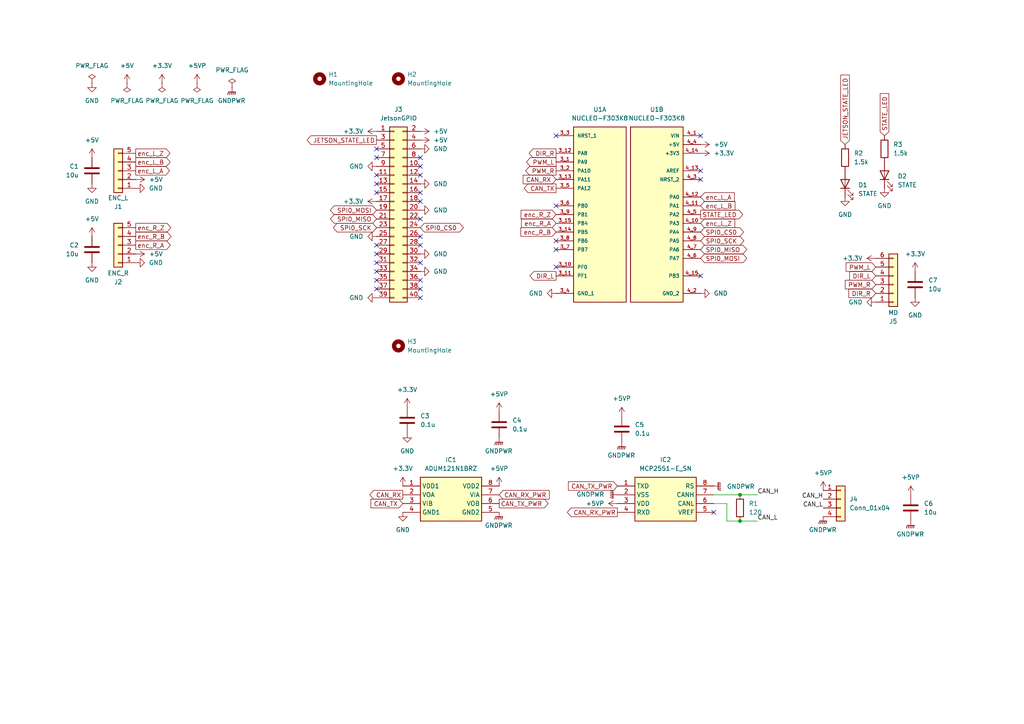
<source format=kicad_sch>
(kicad_sch (version 20231120) (generator "eeschema") (generator_version "8.0")
  (paper "A4")
  (lib_symbols
    (symbol "Connector_Generic:Conn_01x04" (pin_names (offset 1.016) hide)
      (property "Reference" "J" (at 0 5.08 0))
      (property "Value" "Conn_01x04" (at 0 -7.62 0))
      (symbol "Conn_01x04_1_1"
        (rectangle (start -1.27 -4.953) (end 0 -5.207) (stroke (width 0.1524)))
        (rectangle (start -1.27 -2.413) (end 0 -2.667) (stroke (width 0.1524)))
        (rectangle (start -1.27 0.127) (end 0 -0.127) (stroke (width 0.1524)))
        (rectangle (start -1.27 2.667) (end 0 2.413) (stroke (width 0.1524)))
        (rectangle (start -1.27 3.81) (end 1.27 -6.35) (stroke (width 0.254)) (fill (type background)))
        (pin passive line (at -5.08 2.54 0) (length 3.81) (name "Pin_1") (number "1"))
        (pin passive line (at -5.08 0 0) (length 3.81) (name "Pin_2") (number "2"))
        (pin passive line (at -5.08 -2.54 0) (length 3.81) (name "Pin_3") (number "3"))
        (pin passive line (at -5.08 -5.08 0) (length 3.81) (name "Pin_4") (number "4"))
      )
    )
    (symbol "Connector_Generic:Conn_01x05" (pin_names (offset 1.016) hide)
      (property "Reference" "J" (at 0 7.62 0))
      (property "Value" "Conn_01x05" (at 0 -7.62 0))
      (symbol "Conn_01x05_1_1"
        (rectangle (start -1.27 -4.953) (end 0 -5.207) (stroke (width 0.1524)))
        (rectangle (start -1.27 -2.413) (end 0 -2.667) (stroke (width 0.1524)))
        (rectangle (start -1.27 0.127) (end 0 -0.127) (stroke (width 0.1524)))
        (rectangle (start -1.27 2.667) (end 0 2.413) (stroke (width 0.1524)))
        (rectangle (start -1.27 5.207) (end 0 4.953) (stroke (width 0.1524)))
        (rectangle (start -1.27 6.35) (end 1.27 -6.35) (stroke (width 0.254)) (fill (type background)))
        (pin passive line (at -5.08 5.08 0) (length 3.81) (name "Pin_1") (number "1"))
        (pin passive line (at -5.08 2.54 0) (length 3.81) (name "Pin_2") (number "2"))
        (pin passive line (at -5.08 0 0) (length 3.81) (name "Pin_3") (number "3"))
        (pin passive line (at -5.08 -2.54 0) (length 3.81) (name "Pin_4") (number "4"))
        (pin passive line (at -5.08 -5.08 0) (length 3.81) (name "Pin_5") (number "5"))
      )
    )
    (symbol "Connector_Generic:Conn_01x06" (pin_names (offset 1.016) hide)
      (property "Reference" "J" (at 0 7.62 0))
      (property "Value" "Conn_01x06" (at 0 -10.16 0))
      (symbol "Conn_01x06_1_1"
        (rectangle (start -1.27 -7.493) (end 0 -7.747) (stroke (width 0.1524)))
        (rectangle (start -1.27 -4.953) (end 0 -5.207) (stroke (width 0.1524)))
        (rectangle (start -1.27 -2.413) (end 0 -2.667) (stroke (width 0.1524)))
        (rectangle (start -1.27 0.127) (end 0 -0.127) (stroke (width 0.1524)))
        (rectangle (start -1.27 2.667) (end 0 2.413) (stroke (width 0.1524)))
        (rectangle (start -1.27 5.207) (end 0 4.953) (stroke (width 0.1524)))
        (rectangle (start -1.27 6.35) (end 1.27 -8.89) (stroke (width 0.254)) (fill (type background)))
        (pin passive line (at -5.08 5.08 0) (length 3.81) (name "Pin_1") (number "1"))
        (pin passive line (at -5.08 2.54 0) (length 3.81) (name "Pin_2") (number "2"))
        (pin passive line (at -5.08 0 0) (length 3.81) (name "Pin_3") (number "3"))
        (pin passive line (at -5.08 -2.54 0) (length 3.81) (name "Pin_4") (number "4"))
        (pin passive line (at -5.08 -5.08 0) (length 3.81) (name "Pin_5") (number "5"))
        (pin passive line (at -5.08 -7.62 0) (length 3.81) (name "Pin_6") (number "6"))
      )
    )
    (symbol "Connector_Generic:Conn_02x20_Odd_Even" (pin_names (offset 1.016) hide)
      (property "Reference" "J" (at 1.27 25.4 0))
      (property "Value" "Conn_02x20_Odd_Even" (at 1.27 -27.94 0))
      (symbol "Conn_02x20_Odd_Even_1_1"
        (rectangle (start -1.27 -25.273) (end 0 -25.527) (stroke (width 0.1524)))
        (rectangle (start -1.27 -22.733) (end 0 -22.987) (stroke (width 0.1524)))
        (rectangle (start -1.27 -20.193) (end 0 -20.447) (stroke (width 0.1524)))
        (rectangle (start -1.27 -17.653) (end 0 -17.907) (stroke (width 0.1524)))
        (rectangle (start -1.27 -15.113) (end 0 -15.367) (stroke (width 0.1524)))
        (rectangle (start -1.27 -12.573) (end 0 -12.827) (stroke (width 0.1524)))
        (rectangle (start -1.27 -10.033) (end 0 -10.287) (stroke (width 0.1524)))
        (rectangle (start -1.27 -7.493) (end 0 -7.747) (stroke (width 0.1524)))
        (rectangle (start -1.27 -4.953) (end 0 -5.207) (stroke (width 0.1524)))
        (rectangle (start -1.27 -2.413) (end 0 -2.667) (stroke (width 0.1524)))
        (rectangle (start -1.27 0.127) (end 0 -0.127) (stroke (width 0.1524)))
        (rectangle (start -1.27 2.667) (end 0 2.413) (stroke (width 0.1524)))
        (rectangle (start -1.27 5.207) (end 0 4.953) (stroke (width 0.1524)))
        (rectangle (start -1.27 7.747) (end 0 7.493) (stroke (width 0.1524)))
        (rectangle (start -1.27 10.287) (end 0 10.033) (stroke (width 0.1524)))
        (rectangle (start -1.27 12.827) (end 0 12.573) (stroke (width 0.1524)))
        (rectangle (start -1.27 15.367) (end 0 15.113) (stroke (width 0.1524)))
        (rectangle (start -1.27 17.907) (end 0 17.653) (stroke (width 0.1524)))
        (rectangle (start -1.27 20.447) (end 0 20.193) (stroke (width 0.1524)))
        (rectangle (start -1.27 22.987) (end 0 22.733) (stroke (width 0.1524)))
        (rectangle (start -1.27 24.13) (end 3.81 -26.67) (stroke (width 0.254)) (fill (type background)))
        (rectangle (start 3.81 -25.273) (end 2.54 -25.527) (stroke (width 0.1524)))
        (rectangle (start 3.81 -22.733) (end 2.54 -22.987) (stroke (width 0.1524)))
        (rectangle (start 3.81 -20.193) (end 2.54 -20.447) (stroke (width 0.1524)))
        (rectangle (start 3.81 -17.653) (end 2.54 -17.907) (stroke (width 0.1524)))
        (rectangle (start 3.81 -15.113) (end 2.54 -15.367) (stroke (width 0.1524)))
        (rectangle (start 3.81 -12.573) (end 2.54 -12.827) (stroke (width 0.1524)))
        (rectangle (start 3.81 -10.033) (end 2.54 -10.287) (stroke (width 0.1524)))
        (rectangle (start 3.81 -7.493) (end 2.54 -7.747) (stroke (width 0.1524)))
        (rectangle (start 3.81 -4.953) (end 2.54 -5.207) (stroke (width 0.1524)))
        (rectangle (start 3.81 -2.413) (end 2.54 -2.667) (stroke (width 0.1524)))
        (rectangle (start 3.81 0.127) (end 2.54 -0.127) (stroke (width 0.1524)))
        (rectangle (start 3.81 2.667) (end 2.54 2.413) (stroke (width 0.1524)))
        (rectangle (start 3.81 5.207) (end 2.54 4.953) (stroke (width 0.1524)))
        (rectangle (start 3.81 7.747) (end 2.54 7.493) (stroke (width 0.1524)))
        (rectangle (start 3.81 10.287) (end 2.54 10.033) (stroke (width 0.1524)))
        (rectangle (start 3.81 12.827) (end 2.54 12.573) (stroke (width 0.1524)))
        (rectangle (start 3.81 15.367) (end 2.54 15.113) (stroke (width 0.1524)))
        (rectangle (start 3.81 17.907) (end 2.54 17.653) (stroke (width 0.1524)))
        (rectangle (start 3.81 20.447) (end 2.54 20.193) (stroke (width 0.1524)))
        (rectangle (start 3.81 22.987) (end 2.54 22.733) (stroke (width 0.1524)))
        (pin passive line (at -5.08 22.86 0) (length 3.81) (name "Pin_1") (number "1"))
        (pin passive line (at 7.62 12.7 180) (length 3.81) (name "Pin_10") (number "10"))
        (pin passive line (at -5.08 10.16 0) (length 3.81) (name "Pin_11") (number "11"))
        (pin passive line (at 7.62 10.16 180) (length 3.81) (name "Pin_12") (number "12"))
        (pin passive line (at -5.08 7.62 0) (length 3.81) (name "Pin_13") (number "13"))
        (pin passive line (at 7.62 7.62 180) (length 3.81) (name "Pin_14") (number "14"))
        (pin passive line (at -5.08 5.08 0) (length 3.81) (name "Pin_15") (number "15"))
        (pin passive line (at 7.62 5.08 180) (length 3.81) (name "Pin_16") (number "16"))
        (pin passive line (at -5.08 2.54 0) (length 3.81) (name "Pin_17") (number "17"))
        (pin passive line (at 7.62 2.54 180) (length 3.81) (name "Pin_18") (number "18"))
        (pin passive line (at -5.08 0 0) (length 3.81) (name "Pin_19") (number "19"))
        (pin passive line (at 7.62 22.86 180) (length 3.81) (name "Pin_2") (number "2"))
        (pin passive line (at 7.62 0 180) (length 3.81) (name "Pin_20") (number "20"))
        (pin passive line (at -5.08 -2.54 0) (length 3.81) (name "Pin_21") (number "21"))
        (pin passive line (at 7.62 -2.54 180) (length 3.81) (name "Pin_22") (number "22"))
        (pin passive line (at -5.08 -5.08 0) (length 3.81) (name "Pin_23") (number "23"))
        (pin passive line (at 7.62 -5.08 180) (length 3.81) (name "Pin_24") (number "24"))
        (pin passive line (at -5.08 -7.62 0) (length 3.81) (name "Pin_25") (number "25"))
        (pin passive line (at 7.62 -7.62 180) (length 3.81) (name "Pin_26") (number "26"))
        (pin passive line (at -5.08 -10.16 0) (length 3.81) (name "Pin_27") (number "27"))
        (pin passive line (at 7.62 -10.16 180) (length 3.81) (name "Pin_28") (number "28"))
        (pin passive line (at -5.08 -12.7 0) (length 3.81) (name "Pin_29") (number "29"))
        (pin passive line (at -5.08 20.32 0) (length 3.81) (name "Pin_3") (number "3"))
        (pin passive line (at 7.62 -12.7 180) (length 3.81) (name "Pin_30") (number "30"))
        (pin passive line (at -5.08 -15.24 0) (length 3.81) (name "Pin_31") (number "31"))
        (pin passive line (at 7.62 -15.24 180) (length 3.81) (name "Pin_32") (number "32"))
        (pin passive line (at -5.08 -17.78 0) (length 3.81) (name "Pin_33") (number "33"))
        (pin passive line (at 7.62 -17.78 180) (length 3.81) (name "Pin_34") (number "34"))
        (pin passive line (at -5.08 -20.32 0) (length 3.81) (name "Pin_35") (number "35"))
        (pin passive line (at 7.62 -20.32 180) (length 3.81) (name "Pin_36") (number "36"))
        (pin passive line (at -5.08 -22.86 0) (length 3.81) (name "Pin_37") (number "37"))
        (pin passive line (at 7.62 -22.86 180) (length 3.81) (name "Pin_38") (number "38"))
        (pin passive line (at -5.08 -25.4 0) (length 3.81) (name "Pin_39") (number "39"))
        (pin passive line (at 7.62 20.32 180) (length 3.81) (name "Pin_4") (number "4"))
        (pin passive line (at 7.62 -25.4 180) (length 3.81) (name "Pin_40") (number "40"))
        (pin passive line (at -5.08 17.78 0) (length 3.81) (name "Pin_5") (number "5"))
        (pin passive line (at 7.62 17.78 180) (length 3.81) (name "Pin_6") (number "6"))
        (pin passive line (at -5.08 15.24 0) (length 3.81) (name "Pin_7") (number "7"))
        (pin passive line (at 7.62 15.24 180) (length 3.81) (name "Pin_8") (number "8"))
        (pin passive line (at -5.08 12.7 0) (length 3.81) (name "Pin_9") (number "9"))
      )
    )
    (symbol "Device:C" (pin_numbers hide) (pin_names (offset 0.254))
      (property "Reference" "C" (at 0.635 2.54 0))
      (property "Value" "C" (at 0.635 -2.54 0))
      (symbol "C_0_1"
        (polyline (pts (xy -2.032 -0.762) (xy 2.032 -0.762)) (stroke (width 0.508)))
        (polyline (pts (xy -2.032 0.762) (xy 2.032 0.762)) (stroke (width 0.508)))
      )
      (symbol "C_1_1"
        (pin passive line (at 0 3.81 270) (length 2.794) (name "~") (number "1"))
        (pin passive line (at 0 -3.81 90) (length 2.794) (name "~") (number "2"))
      )
    )
    (symbol "Device:LED" (pin_numbers hide) (pin_names (offset 1.016) hide)
      (property "Reference" "D" (at 0 2.54 0))
      (property "Value" "LED" (at 0 -2.54 0))
      (symbol "LED_0_1"
        (polyline (pts (xy -1.27 -1.27) (xy -1.27 1.27)) (stroke (width 0.254)))
        (polyline (pts (xy -1.27 0) (xy 1.27 0)))
        (polyline (pts (xy 1.27 -1.27) (xy 1.27 1.27) (xy -1.27 0) (xy 1.27 -1.27)) (stroke (width 0.254)))
        (polyline (pts (xy -3.048 -0.762) (xy -4.572 -2.286) (xy -3.81 -2.286) (xy -4.572 -2.286) (xy -4.572 -1.524)))
        (polyline (pts (xy -1.778 -0.762) (xy -3.302 -2.286) (xy -2.54 -2.286) (xy -3.302 -2.286) (xy -3.302 -1.524)))
      )
      (symbol "LED_1_1"
        (pin passive line (at -3.81 0 0) (length 2.54) (name "K") (number "1"))
        (pin passive line (at 3.81 0 180) (length 2.54) (name "A") (number "2"))
      )
    )
    (symbol "Device:R" (pin_numbers hide) (pin_names (offset 0))
      (property "Reference" "R" (at 2.032 0 90))
      (property "Value" "R" (at 0 0 90))
      (symbol "R_0_1"
        (rectangle (start -1.016 -2.54) (end 1.016 2.54) (stroke (width 0.254)))
      )
      (symbol "R_1_1"
        (pin passive line (at 0 3.81 270) (length 1.27) (name "~") (number "1"))
        (pin passive line (at 0 -3.81 90) (length 1.27) (name "~") (number "2"))
      )
    )
    (symbol "MDC:ADUM121N1BRZ"
      (property "Reference" "IC" (at 24.13 7.62 0))
      (property "Value" "ADUM121N1BRZ" (at 24.13 5.08 0))
      (symbol "ADUM121N1BRZ_1_1"
        (rectangle (start 5.08 2.54) (end 22.86 -10.16) (stroke (width 0.254)) (fill (type background)))
        (pin passive line (at 0 0 0) (length 5.08) (name "VDD1") (number "1"))
        (pin passive line (at 0 -2.54 0) (length 5.08) (name "VOA") (number "2"))
        (pin passive line (at 0 -5.08 0) (length 5.08) (name "VIB") (number "3"))
        (pin passive line (at 0 -7.62 0) (length 5.08) (name "GND1") (number "4"))
        (pin passive line (at 27.94 -7.62 180) (length 5.08) (name "GND2") (number "5"))
        (pin passive line (at 27.94 -5.08 180) (length 5.08) (name "VOB") (number "6"))
        (pin passive line (at 27.94 -2.54 180) (length 5.08) (name "VIA") (number "7"))
        (pin passive line (at 27.94 0 180) (length 5.08) (name "VDD2") (number "8"))
      )
    )
    (symbol "MDC:MCP2551-E_SN"
      (property "Reference" "IC" (at 24.13 7.62 0))
      (property "Value" "MCP2551-E_SN" (at 24.13 5.08 0))
      (symbol "MCP2551-E_SN_1_1"
        (rectangle (start 5.08 2.54) (end 22.86 -10.16) (stroke (width 0.254)) (fill (type background)))
        (pin passive line (at 0 0 0) (length 5.08) (name "TXD") (number "1"))
        (pin passive line (at 0 -2.54 0) (length 5.08) (name "VSS") (number "2"))
        (pin passive line (at 0 -5.08 0) (length 5.08) (name "VDD") (number "3"))
        (pin passive line (at 0 -7.62 0) (length 5.08) (name "RXD") (number "4"))
        (pin passive line (at 27.94 -7.62 180) (length 5.08) (name "VREF") (number "5"))
        (pin passive line (at 27.94 -5.08 180) (length 5.08) (name "CANL") (number "6"))
        (pin passive line (at 27.94 -2.54 180) (length 5.08) (name "CANH") (number "7"))
        (pin passive line (at 27.94 0 180) (length 5.08) (name "RS") (number "8"))
      )
    )
    (symbol "MDC:NUCLEO-F303K8" (pin_names (offset 1.016))
      (property "Reference" "U" (at -7.6292 25.9456 0))
      (property "Value" "NUCLEO-F303K8" (at -7.6233 -27.7005 0))
      (symbol "NUCLEO-F303K8_1_0"
        (rectangle (start -7.62 -25.4) (end 7.62 25.4) (stroke (width 0.254)) (fill (type background)))
        (pin bidirectional line (at 12.7 15.24 180) (length 5.08) (name "PA9") (number "3_1"))
        (pin bidirectional line (at 12.7 -15.24 180) (length 5.08) (name "PF0") (number "3_10"))
        (pin bidirectional line (at 12.7 -17.78 180) (length 5.08) (name "PF1") (number "3_11"))
        (pin bidirectional line (at 12.7 17.78 180) (length 5.08) (name "PA8") (number "3_12"))
        (pin bidirectional line (at 12.7 10.16 180) (length 5.08) (name "PA11") (number "3_13"))
        (pin bidirectional line (at 12.7 -5.08 180) (length 5.08) (name "PB5") (number "3_14"))
        (pin bidirectional line (at 12.7 -2.54 180) (length 5.08) (name "PB4") (number "3_15"))
        (pin bidirectional line (at 12.7 12.7 180) (length 5.08) (name "PA10") (number "3_2"))
        (pin bidirectional line (at 12.7 22.86 180) (length 5.08) (name "NRST_1") (number "3_3"))
        (pin power_in line (at 12.7 -22.86 180) (length 5.08) (name "GND_1") (number "3_4"))
        (pin bidirectional line (at 12.7 7.62 180) (length 5.08) (name "PA12") (number "3_5"))
        (pin bidirectional line (at 12.7 2.54 180) (length 5.08) (name "PB0") (number "3_6"))
        (pin bidirectional line (at 12.7 -10.16 180) (length 5.08) (name "PB7") (number "3_7"))
        (pin bidirectional line (at 12.7 -7.62 180) (length 5.08) (name "PB6") (number "3_8"))
        (pin bidirectional line (at 12.7 0 180) (length 5.08) (name "PB1") (number "3_9"))
      )
      (symbol "NUCLEO-F303K8_2_0"
        (rectangle (start -7.62 -25.4) (end 7.62 25.4) (stroke (width 0.254)) (fill (type background)))
        (pin power_in line (at 12.7 22.86 180) (length 5.08) (name "VIN") (number "4_1"))
        (pin bidirectional line (at 12.7 -2.54 180) (length 5.08) (name "PA3") (number "4_10"))
        (pin bidirectional line (at 12.7 2.54 180) (length 5.08) (name "PA1") (number "4_11"))
        (pin bidirectional line (at 12.7 5.08 180) (length 5.08) (name "PA0") (number "4_12"))
        (pin bidirectional line (at 12.7 12.7 180) (length 5.08) (name "AREF") (number "4_13"))
        (pin power_in line (at 12.7 17.78 180) (length 5.08) (name "+3V3") (number "4_14"))
        (pin bidirectional line (at 12.7 -17.78 180) (length 5.08) (name "PB3") (number "4_15"))
        (pin power_in line (at 12.7 -22.86 180) (length 5.08) (name "GND_2") (number "4_2"))
        (pin bidirectional line (at 12.7 10.16 180) (length 5.08) (name "NRST_2") (number "4_3"))
        (pin power_in line (at 12.7 20.32 180) (length 5.08) (name "+5V") (number "4_4"))
        (pin bidirectional line (at 12.7 0 180) (length 5.08) (name "PA2") (number "4_5"))
        (pin bidirectional line (at 12.7 -12.7 180) (length 5.08) (name "PA7") (number "4_6"))
        (pin bidirectional line (at 12.7 -10.16 180) (length 5.08) (name "PA6") (number "4_7"))
        (pin bidirectional line (at 12.7 -7.62 180) (length 5.08) (name "PA5") (number "4_8"))
        (pin bidirectional line (at 12.7 -5.08 180) (length 5.08) (name "PA4") (number "4_9"))
      )
    )
    (symbol "Mechanical:MountingHole" (pin_names (offset 1.016)) (exclude_from_sim yes) (in_bom no)
      (property "Reference" "H" (at 0 5.08 0))
      (property "Value" "MountingHole" (at 0 3.175 0))
      (symbol "MountingHole_0_1"
        (circle (center 0 0) (radius 1.27) (stroke (width 1.27)))
      )
    )
    (symbol "power:+3.3V" (power) (pin_numbers hide) (pin_names (offset 0) hide)
      (property "Value" "+3.3V" (at 0 3.556 0))
      (symbol "+3.3V_0_1"
        (polyline (pts (xy -0.762 1.27) (xy 0 2.54)))
        (polyline (pts (xy 0 0) (xy 0 2.54)))
        (polyline (pts (xy 0 2.54) (xy 0.762 1.27)))
      )
      (symbol "+3.3V_1_1"
        (pin power_in line (at 0 0 90) (length 0) (name "~") (number "1"))
      )
    )
    (symbol "power:+5V" (power) (pin_numbers hide) (pin_names (offset 0) hide)
      (property "Value" "+5V" (at 0 3.556 0))
      (symbol "+5V_0_1"
        (polyline (pts (xy -0.762 1.27) (xy 0 2.54)))
        (polyline (pts (xy 0 0) (xy 0 2.54)))
        (polyline (pts (xy 0 2.54) (xy 0.762 1.27)))
      )
      (symbol "+5V_1_1"
        (pin power_in line (at 0 0 90) (length 0) (name "~") (number "1"))
      )
    )
    (symbol "power:+5VP" (power) (pin_numbers hide) (pin_names (offset 0) hide)
      (property "Value" "+5VP" (at 0 3.556 0))
      (symbol "+5VP_0_1"
        (polyline (pts (xy -0.762 1.27) (xy 0 2.54)))
        (polyline (pts (xy 0 0) (xy 0 2.54)))
        (polyline (pts (xy 0 2.54) (xy 0.762 1.27)))
      )
      (symbol "+5VP_1_1"
        (pin power_in line (at 0 0 90) (length 0) (name "~") (number "1"))
      )
    )
    (symbol "power:GND" (power) (pin_numbers hide) (pin_names (offset 0) hide)
      (property "Value" "GND" (at 0 -3.81 0))
      (symbol "GND_0_1"
        (polyline (pts (xy 0 0) (xy 0 -1.27) (xy 1.27 -1.27) (xy 0 -2.54) (xy -1.27 -1.27) (xy 0 -1.27)))
      )
      (symbol "GND_1_1"
        (pin power_in line (at 0 0 270) (length 0) (name "~") (number "1"))
      )
    )
    (symbol "power:GNDPWR" (power) (pin_numbers hide) (pin_names (offset 0) hide)
      (property "Value" "GNDPWR" (at 0 -3.302 0))
      (symbol "GNDPWR_0_1"
        (polyline (pts (xy 0 -1.27) (xy 0 0)))
        (polyline (pts (xy -1.016 -1.27) (xy -1.27 -2.032) (xy -1.27 -2.032)) (stroke (width 0.2032)))
        (polyline (pts (xy -0.508 -1.27) (xy -0.762 -2.032) (xy -0.762 -2.032)) (stroke (width 0.2032)))
        (polyline (pts (xy 0 -1.27) (xy -0.254 -2.032) (xy -0.254 -2.032)) (stroke (width 0.2032)))
        (polyline (pts (xy 0.508 -1.27) (xy 0.254 -2.032) (xy 0.254 -2.032)) (stroke (width 0.2032)))
        (polyline (pts (xy 1.016 -1.27) (xy -1.016 -1.27) (xy -1.016 -1.27)) (stroke (width 0.2032)))
        (polyline (pts (xy 1.016 -1.27) (xy 0.762 -2.032) (xy 0.762 -2.032) (xy 0.762 -2.032)) (stroke (width 0.2032)))
      )
      (symbol "GNDPWR_1_1"
        (pin power_in line (at 0 0 270) (length 0) (name "~") (number "1"))
      )
    )
    (symbol "power:PWR_FLAG" (power) (pin_numbers hide) (pin_names (offset 0) hide)
      (property "Value" "PWR_FLAG" (at 0 3.81 0))
      (symbol "PWR_FLAG_0_0"
        (pin power_out line (at 0 0 90) (length 0) (name "~") (number "1"))
      )
      (symbol "PWR_FLAG_0_1"
        (polyline (pts (xy 0 0) (xy 0 1.27) (xy -1.016 1.905) (xy 0 2.54) (xy 1.016 1.905) (xy 0 1.27)))
      )
    )
  )
  (junction (at 214.63 143.51))
  (junction (at 214.63 151.13))
  (no_connect (at 121.92 71.12))
  (no_connect (at 121.92 45.72))
  (no_connect (at 161.29 72.39))
  (no_connect (at 109.22 73.66))
  (no_connect (at 109.22 45.72))
  (no_connect (at 109.22 71.12))
  (no_connect (at 203.2 52.07))
  (no_connect (at 109.22 78.74))
  (no_connect (at 109.22 83.82))
  (no_connect (at 121.92 68.58))
  (no_connect (at 203.2 49.53))
  (no_connect (at 161.29 77.47))
  (no_connect (at 161.29 39.37))
  (no_connect (at 121.92 76.2))
  (no_connect (at 109.22 43.18))
  (no_connect (at 121.92 58.42))
  (no_connect (at 121.92 83.82))
  (no_connect (at 121.92 63.5))
  (no_connect (at 161.29 59.69))
  (no_connect (at 203.2 39.37))
  (no_connect (at 121.92 86.36))
  (no_connect (at 109.22 53.34))
  (no_connect (at 121.92 48.26))
  (no_connect (at 109.22 76.2))
  (no_connect (at 121.92 81.28))
  (no_connect (at 207.01 148.59))
  (no_connect (at 161.29 69.85))
  (no_connect (at 121.92 55.88))
  (no_connect (at 121.92 50.8))
  (no_connect (at 109.22 55.88))
  (no_connect (at 109.22 50.8))
  (no_connect (at 203.2 80.01))
  (no_connect (at 109.22 81.28))
  (wire (pts (xy 214.63 151.13) (xy 219.71 151.13)))
  (wire (pts (xy 214.63 143.51) (xy 219.71 143.51)))
  (wire (pts (xy 207.01 143.51) (xy 214.63 143.51)))
  (wire (pts (xy 207.01 146.05) (xy 210.82 146.05)))
  (wire (pts (xy 210.82 151.13) (xy 214.63 151.13)))
  (wire (pts (xy 210.82 146.05) (xy 210.82 151.13)))
  (label "CAN_L" (at 238.76 147.32 180))
  (label "CAN_H" (at 238.76 144.78 180))
  (label "CAN_H" (at 219.71 143.51 0))
  (label "CAN_L" (at 219.71 151.13 0))
  (global_label "CAN_RX_PWR" (shape output) (at 179.07 148.59 180) (property "Intersheetrefs" "${INTERSHEET_REFS}" (effects (hide yes))))
  (global_label "DIR_L" (shape output) (at 161.29 80.01 180) (property "Intersheetrefs" "${INTERSHEET_REFS}" (effects (hide yes))))
  (global_label "SPI0_MISO" (shape bidirectional) (at 109.22 63.5 180) (property "Intersheetrefs" "${INTERSHEET_REFS}" (effects (hide yes))))
  (global_label "enc_R_A" (shape input) (at 161.29 64.77 180) (property "Intersheetrefs" "${INTERSHEET_REFS}" (effects (hide yes))))
  (global_label "CAN_TX" (shape input) (at 116.84 146.05 180) (property "Intersheetrefs" "${INTERSHEET_REFS}" (effects (hide yes))))
  (global_label "enc_L_A" (shape input) (at 203.2 57.15 0) (property "Intersheetrefs" "${INTERSHEET_REFS}" (effects (hide yes))))
  (global_label "STATE_LED" (shape input) (at 256.54 39.37 90) (property "Intersheetrefs" "${INTERSHEET_REFS}" (effects (hide yes))))
  (global_label "enc_L_Z" (shape input) (at 203.2 64.77 0) (property "Intersheetrefs" "${INTERSHEET_REFS}" (effects (hide yes))))
  (global_label "JETSON_STATE_LED" (shape input) (at 245.11 41.91 90) (property "Intersheetrefs" "${INTERSHEET_REFS}" (effects (hide yes))))
  (global_label "PWM_R" (shape input) (at 254 82.55 180) (property "Intersheetrefs" "${INTERSHEET_REFS}" (effects (hide yes))))
  (global_label "SPI0_CS0" (shape bidirectional) (at 121.92 66.04 0) (property "Intersheetrefs" "${INTERSHEET_REFS}" (effects (hide yes))))
  (global_label "PWM_L" (shape output) (at 161.29 46.99 180) (property "Intersheetrefs" "${INTERSHEET_REFS}" (effects (hide yes))))
  (global_label "SPI0_MISO" (shape bidirectional) (at 203.2 72.39 0) (property "Intersheetrefs" "${INTERSHEET_REFS}" (effects (hide yes))))
  (global_label "DIR_R" (shape output) (at 161.29 44.45 180) (property "Intersheetrefs" "${INTERSHEET_REFS}" (effects (hide yes))))
  (global_label "JETSON_STATE_LED" (shape output) (at 109.22 40.64 180) (property "Intersheetrefs" "${INTERSHEET_REFS}" (effects (hide yes))))
  (global_label "enc_R_Z" (shape input) (at 161.29 62.23 180) (property "Intersheetrefs" "${INTERSHEET_REFS}" (effects (hide yes))))
  (global_label "CAN_RX_PWR" (shape input) (at 144.78 143.51 0) (property "Intersheetrefs" "${INTERSHEET_REFS}" (effects (hide yes))))
  (global_label "PWM_R" (shape output) (at 161.29 49.53 180) (property "Intersheetrefs" "${INTERSHEET_REFS}" (effects (hide yes))))
  (global_label "CAN_TX" (shape output) (at 161.29 54.61 180) (property "Intersheetrefs" "${INTERSHEET_REFS}" (effects (hide yes))))
  (global_label "STATE_LED" (shape output) (at 203.2 62.23 0) (property "Intersheetrefs" "${INTERSHEET_REFS}" (effects (hide yes))))
  (global_label "enc_R_Z" (shape output) (at 39.37 66.04 0) (property "Intersheetrefs" "${INTERSHEET_REFS}" (effects (hide yes))))
  (global_label "CAN_RX" (shape output) (at 116.84 143.51 180) (property "Intersheetrefs" "${INTERSHEET_REFS}" (effects (hide yes))))
  (global_label "enc_L_B" (shape input) (at 203.2 59.69 0) (property "Intersheetrefs" "${INTERSHEET_REFS}" (effects (hide yes))))
  (global_label "enc_R_A" (shape output) (at 39.37 71.12 0) (property "Intersheetrefs" "${INTERSHEET_REFS}" (effects (hide yes))))
  (global_label "SPI0_MOSI" (shape bidirectional) (at 109.22 60.96 180) (property "Intersheetrefs" "${INTERSHEET_REFS}" (effects (hide yes))))
  (global_label "enc_R_B" (shape input) (at 161.29 67.31 180) (property "Intersheetrefs" "${INTERSHEET_REFS}" (effects (hide yes))))
  (global_label "enc_L_Z" (shape output) (at 39.37 44.45 0) (property "Intersheetrefs" "${INTERSHEET_REFS}" (effects (hide yes))))
  (global_label "enc_R_B" (shape output) (at 39.37 68.58 0) (property "Intersheetrefs" "${INTERSHEET_REFS}" (effects (hide yes))))
  (global_label "DIR_R" (shape input) (at 254 85.09 180) (property "Intersheetrefs" "${INTERSHEET_REFS}" (effects (hide yes))))
  (global_label "SPI0_CS0" (shape bidirectional) (at 203.2 67.31 0) (property "Intersheetrefs" "${INTERSHEET_REFS}" (effects (hide yes))))
  (global_label "SPI0_SCK" (shape bidirectional) (at 203.2 69.85 0) (property "Intersheetrefs" "${INTERSHEET_REFS}" (effects (hide yes))))
  (global_label "SPI0_SCK" (shape bidirectional) (at 109.22 66.04 180) (property "Intersheetrefs" "${INTERSHEET_REFS}" (effects (hide yes))))
  (global_label "enc_L_A" (shape output) (at 39.37 49.53 0) (property "Intersheetrefs" "${INTERSHEET_REFS}" (effects (hide yes))))
  (global_label "PWM_L" (shape input) (at 254 77.47 180) (property "Intersheetrefs" "${INTERSHEET_REFS}" (effects (hide yes))))
  (global_label "CAN_TX_PWR" (shape output) (at 144.78 146.05 0) (property "Intersheetrefs" "${INTERSHEET_REFS}" (effects (hide yes))))
  (global_label "CAN_TX_PWR" (shape input) (at 179.07 140.97 180) (property "Intersheetrefs" "${INTERSHEET_REFS}" (effects (hide yes))))
  (global_label "SPI0_MOSI" (shape bidirectional) (at 203.2 74.93 0) (property "Intersheetrefs" "${INTERSHEET_REFS}" (effects (hide yes))))
  (global_label "enc_L_B" (shape output) (at 39.37 46.99 0) (property "Intersheetrefs" "${INTERSHEET_REFS}" (effects (hide yes))))
  (global_label "CAN_RX" (shape input) (at 161.29 52.07 180) (property "Intersheetrefs" "${INTERSHEET_REFS}" (effects (hide yes))))
  (global_label "DIR_L" (shape input) (at 254 80.01 180) (property "Intersheetrefs" "${INTERSHEET_REFS}" (effects (hide yes))))
  (symbol (lib_id "Device:C") (at 26.67 72.39 0) (mirror y) (unit 1)
    (property "Reference" "C2" (at 22.86 71.1199 0) (effects (justify left)))
    (property "Value" "10u" (at 22.86 73.6599 0) (effects (justify left)))
    (property "Footprint" "Capacitor_SMD:C_0603_1608Metric" (effects (hide yes)))
    (property "Description" "Unpolarized capacitor" (effects (hide yes)))
  )
  (symbol (lib_id "power:GNDPWR") (at 144.78 148.59 0) (unit 1)
    (property "Reference" "#PWR0140" (effects (hide yes)))
    (property "Value" "GNDPWR" (at 144.653 152.4 0))
    (property "Description" "Power symbol creates a global label with name \"GNDPWR\" , global ground" (effects (hide yes)))
  )
  (symbol (lib_id "Device:R") (at 214.63 147.32 0) (unit 1)
    (property "Reference" "R1" (at 217.17 146.0499 0) (effects (justify left)))
    (property "Value" "120" (at 217.17 148.5899 0) (effects (justify left)))
    (property "Footprint" "Capacitor_SMD:C_0603_1608Metric" (effects (hide yes)))
    (property "Description" "Resistor" (effects (hide yes)))
  )
  (symbol (lib_id "power:GNDPWR") (at 179.07 143.51 270) (unit 1)
    (property "Reference" "#PWR0141" (effects (hide yes)))
    (property "Value" "GNDPWR" (at 175.26 143.3829 90) (effects (justify right)))
    (property "Description" "Power symbol creates a global label with name \"GNDPWR\" , global ground" (effects (hide yes)))
  )
  (symbol (lib_id "power:GNDPWR") (at 264.16 151.13 0) (unit 1)
    (property "Reference" "#PWR0110" (effects (hide yes)))
    (property "Value" "GNDPWR" (at 264.033 154.94 0))
    (property "Description" "Power symbol creates a global label with name \"GNDPWR\" , global ground" (effects (hide yes)))
  )
  (symbol (lib_id "power:GND") (at 245.11 57.15 0) (unit 1)
    (property "Reference" "#PWR0105" (effects (hide yes)))
    (property "Value" "GND" (at 245.11 62.23 0))
    (property "Description" "Power symbol creates a global label with name \"GND\" , ground" (effects (hide yes)))
  )
  (symbol (lib_id "power:+5VP") (at 57.15 24.13 0) (unit 1)
    (property "Reference" "#PWR0139" (effects (hide yes)))
    (property "Value" "+5VP" (at 57.15 19.05 0))
    (property "Description" "Power symbol creates a global label with name \"+5VP\"" (effects (hide yes)))
  )
  (symbol (lib_id "Connector_Generic:Conn_02x20_Odd_Even") (at 114.3 60.96 0) (unit 1)
    (property "Reference" "J3" (at 115.57 31.75 0))
    (property "Value" "JetsonGPIO" (at 115.57 34.29 0))
    (property "Footprint" "Connector_PinHeader_2.54mm:PinHeader_2x20_P2.54mm_Vertical" (effects (hide yes)))
    (property "Description" "Generic connector, double row, 02x20, odd/even pin numbering scheme (row 1 odd numbers, row 2 even numbers), script generated (kicad-library-utils/schlib/autogen/connector/)" (effects (hide yes)))
  )
  (symbol (lib_id "power:GND") (at 109.22 48.26 270) (unit 1)
    (property "Reference" "#PWR0123" (effects (hide yes)))
    (property "Value" "GND" (at 105.41 48.2599 90) (effects (justify right)))
    (property "Description" "Power symbol creates a global label with name \"GND\" , ground" (effects (hide yes)))
  )
  (symbol (lib_id "power:GND") (at 116.84 148.59 0) (unit 1)
    (property "Reference" "#PWR0144" (effects (hide yes)))
    (property "Value" "GND" (at 116.84 153.67 0))
    (property "Description" "Power symbol creates a global label with name \"GND\" , ground" (effects (hide yes)))
  )
  (symbol (lib_id "power:GND") (at 256.54 54.61 0) (unit 1)
    (property "Reference" "#PWR0104" (effects (hide yes)))
    (property "Value" "GND" (at 256.54 59.69 0))
    (property "Description" "Power symbol creates a global label with name \"GND\" , ground" (effects (hide yes)))
  )
  (symbol (lib_id "MDC:MCP2551-E_SN") (at 179.07 140.97 0) (unit 1)
    (property "Reference" "IC2" (at 193.04 133.35 0))
    (property "Value" "MCP2551-E_SN" (at 193.04 135.89 0))
    (property "Footprint" "MDC:SOIC127P600X175-8N" (effects (hide yes)))
    (property "Datasheet" "https://datasheet.datasheetarchive.com/originals/distributors/SFDatasheet-4/sf-00090061.pdf" (effects (hide yes)))
    (property "Description" "CAN Transceiver 1Mbit/s ISO 11898 Sleep, Standby-Mode 8pins SOIC" (effects (hide yes)))
    (property "Height" "1.75" (effects (hide yes)))
    (property "Mouser Part Number" "579-MCP2551-E/SN" (effects (hide yes)))
    (property "Mouser Price/Stock" "https://www.mouser.co.uk/ProductDetail/Microchip-Technology/MCP2551-E-SN?qs=Vn0zuzr35GHkGDCgnw0F9A%3D%3D" (effects (hide yes)))
    (property "Manufacturer_Name" "Microchip" (effects (hide yes)))
    (property "Manufacturer_Part_Number" "MCP2551-E/SN" (effects (hide yes)))
  )
  (symbol (lib_id "power:GNDPWR") (at 180.34 128.27 0) (unit 1)
    (property "Reference" "#PWR0151" (effects (hide yes)))
    (property "Value" "GNDPWR" (at 180.213 132.08 0))
    (property "Description" "Power symbol creates a global label with name \"GNDPWR\" , global ground" (effects (hide yes)))
  )
  (symbol (lib_id "Device:C") (at 180.34 124.46 0) (unit 1)
    (property "Reference" "C5" (at 184.15 123.1899 0) (effects (justify left)))
    (property "Value" "0.1u" (at 184.15 125.7299 0) (effects (justify left)))
    (property "Footprint" "Capacitor_SMD:C_0603_1608Metric" (effects (hide yes)))
    (property "Description" "Unpolarized capacitor" (effects (hide yes)))
  )
  (symbol (lib_id "Device:LED") (at 245.11 53.34 90) (unit 1)
    (property "Reference" "D1" (at 248.92 53.6574 90) (effects (justify right)))
    (property "Value" "STATE" (at 248.92 56.1974 90) (effects (justify right)))
    (property "Footprint" "MDC:LEDC1608X90N" (effects (hide yes)))
    (property "Description" "Light emitting diode" (effects (hide yes)))
  )
  (symbol (lib_id "Connector_Generic:Conn_01x05") (at 34.29 71.12 180) (unit 1)
    (property "Reference" "J2" (at 34.29 81.788 0))
    (property "Value" "ENC_R" (at 34.29 79.248 0))
    (property "Footprint" "Connector_JST:JST_XH_B5B-XH-A_1x05_P2.50mm_Vertical" (effects (hide yes)))
    (property "Description" "Generic connector, single row, 01x05, script generated (kicad-library-utils/schlib/autogen/connector/)" (effects (hide yes)))
  )
  (symbol (lib_id "Connector_Generic:Conn_01x06") (at 259.08 82.55 0) (mirror x) (unit 1)
    (property "Reference" "J5" (at 259.08 93.218 0))
    (property "Value" "MD" (at 259.08 90.678 0))
    (property "Footprint" "Connector_JST:JST_XH_B6B-XH-A_1x06_P2.50mm_Vertical" (effects (hide yes)))
    (property "Description" "Generic connector, single row, 01x06, script generated (kicad-library-utils/schlib/autogen/connector/)" (effects (hide yes)))
  )
  (symbol (lib_id "Device:R") (at 245.11 45.72 0) (unit 1)
    (property "Reference" "R2" (at 247.65 44.4499 0) (effects (justify left)))
    (property "Value" "1.5k" (at 247.65 46.9899 0) (effects (justify left)))
    (property "Footprint" "Capacitor_SMD:C_0603_1608Metric" (effects (hide yes)))
    (property "Description" "Resistor" (effects (hide yes)))
  )
  (symbol (lib_id "power:GND") (at 26.67 24.13 0) (unit 1)
    (property "Reference" "#PWR0136" (effects (hide yes)))
    (property "Value" "GND" (at 26.67 29.21 0))
    (property "Description" "Power symbol creates a global label with name \"GND\" , ground" (effects (hide yes)))
  )
  (symbol (lib_id "MDC:ADUM121N1BRZ") (at 116.84 140.97 0) (unit 1)
    (property "Reference" "IC1" (at 130.81 133.35 0))
    (property "Value" "ADUM121N1BRZ" (at 130.81 135.89 0))
    (property "Footprint" "MDC:ADUM121N1BRZ" (effects (hide yes)))
    (property "Datasheet" "http://www.analog.com/media/en/technical-documentation/data-sheets/ADuM120N_121N.pdf" (effects (hide yes)))
    (property "Description" "ANALOG DEVICES - ADUM121N1BRZ - DIGITAL ISOLATOR, 2-CH, 150MBPS, NSOIC-8" (effects (hide yes)))
    (property "Height" "1.75" (effects (hide yes)))
    (property "Mouser Part Number" "584-ADUM121N1BRZ" (effects (hide yes)))
    (property "Mouser Price/Stock" "https://www.mouser.co.uk/ProductDetail/Analog-Devices/ADUM121N1BRZ?qs=lrf6x%2Foh5fBVNc%2Fo3CLfcQ%3D%3D" (effects (hide yes)))
    (property "Manufacturer_Name" "Analog Devices" (effects (hide yes)))
    (property "Manufacturer_Part_Number" "ADUM121N1BRZ" (effects (hide yes)))
  )
  (symbol (lib_id "power:GND") (at 26.67 53.34 0) (mirror y) (unit 1)
    (property "Reference" "#PWR0129" (effects (hide yes)))
    (property "Value" "GND" (at 26.67 58.42 0))
    (property "Description" "Power symbol creates a global label with name \"GND\" , ground" (effects (hide yes)))
  )
  (symbol (lib_id "power:GNDPWR") (at 207.01 140.97 90) (unit 1)
    (property "Reference" "#PWR01" (effects (hide yes)))
    (property "Value" "GNDPWR" (at 210.82 141.0969 90) (effects (justify right)))
    (property "Description" "Power symbol creates a global label with name \"GNDPWR\" , global ground" (effects (hide yes)))
  )
  (symbol (lib_id "Device:C") (at 144.78 123.19 0) (unit 1)
    (property "Reference" "C4" (at 148.59 121.9199 0) (effects (justify left)))
    (property "Value" "0.1u" (at 148.59 124.4599 0) (effects (justify left)))
    (property "Footprint" "Capacitor_SMD:C_0603_1608Metric" (effects (hide yes)))
    (property "Description" "Unpolarized capacitor" (effects (hide yes)))
  )
  (symbol (lib_id "power:+5V") (at 39.37 73.66 270) (mirror x) (unit 1)
    (property "Reference" "#PWR0133" (effects (hide yes)))
    (property "Value" "+5V" (at 43.18 73.6599 90) (effects (justify left)))
    (property "Description" "Power symbol creates a global label with name \"+5V\"" (effects (hide yes)))
  )
  (symbol (lib_id "power:+5VP") (at 144.78 119.38 0) (unit 1)
    (property "Reference" "#PWR0146" (effects (hide yes)))
    (property "Value" "+5VP" (at 144.78 114.3 0))
    (property "Description" "Power symbol creates a global label with name \"+5VP\"" (effects (hide yes)))
  )
  (symbol (lib_id "MDC:NUCLEO-F303K8") (at 190.5 62.23 0) (unit 2)
    (property "Reference" "U1" (at 190.5 31.75 0))
    (property "Value" "NUCLEO-F303K8" (at 190.5 34.29 0))
    (property "Footprint" "MDC:NUCLEO-F303K8" (effects (hide yes)))
    (property "MF" "STMicroelectronics" (effects (hide yes)))
    (property "MAXIMUM_PACKAGE_HEIGHT" "N/A" (effects (hide yes)))
    (property "Package" "None" (effects (hide yes)))
    (property "Price" "None" (effects (hide yes)))
    (property "Check_prices" "https://www.snapeda.com/parts/NUCLEO-F303K8/STMicroelectronics/view-part/?ref=eda" (effects (hide yes)))
    (property "STANDARD" "Manufacturer Recommendations" (effects (hide yes)))
    (property "PARTREV" "5" (effects (hide yes)))
    (property "SnapEDA_Link" "https://www.snapeda.com/parts/NUCLEO-F303K8/STMicroelectronics/view-part/?ref=snap" (effects (hide yes)))
    (property "MP" "NUCLEO-F303K8" (effects (hide yes)))
    (property "Purchase-URL" "https://www.snapeda.com/api/url_track_click_mouser/?unipart_id=276791&manufacturer=STMicroelectronics&part_name=NUCLEO-F303K8&search_term=None" (effects (hide yes)))
    (property "Description_1" "\nSTM32F303K8, mbed-Enabled Development Nucleo-32 STM32F3 ARM® Cortex®-M4 MCU 32-Bit Embedded Evaluation Board\n" (effects (hide yes)))
    (property "SNAPEDA_PN" "NUCLEO-F303K8" (effects (hide yes)))
    (property "Availability" "In Stock" (effects (hide yes)))
    (property "MANUFACTURER" "STMicroelectronics" (effects (hide yes)))
  )
  (symbol (lib_id "power:GND") (at 203.2 85.09 90) (unit 1)
    (property "Reference" "#PWR0111" (effects (hide yes)))
    (property "Value" "GND" (at 207.01 85.0899 90) (effects (justify right)))
    (property "Description" "Power symbol creates a global label with name \"GND\" , ground" (effects (hide yes)))
  )
  (symbol (lib_id "power:GNDPWR") (at 67.31 25.4 0) (unit 1)
    (property "Reference" "#PWR0138" (effects (hide yes)))
    (property "Value" "GNDPWR" (at 67.183 29.21 0))
    (property "Description" "Power symbol creates a global label with name \"GNDPWR\" , global ground" (effects (hide yes)))
  )
  (symbol (lib_id "power:+3.3V") (at 265.43 78.74 0) (unit 1)
    (property "Reference" "#PWR0108" (effects (hide yes)))
    (property "Value" "+3.3V" (at 265.43 73.66 0))
    (property "Description" "Power symbol creates a global label with name \"+3.3V\"" (effects (hide yes)))
  )
  (symbol (lib_id "power:+5V") (at 39.37 52.07 270) (mirror x) (unit 1)
    (property "Reference" "#PWR0128" (effects (hide yes)))
    (property "Value" "+5V" (at 43.18 52.0699 90) (effects (justify left)))
    (property "Description" "Power symbol creates a global label with name \"+5V\"" (effects (hide yes)))
  )
  (symbol (lib_id "Connector_Generic:Conn_01x04") (at 243.84 144.78 0) (unit 1)
    (property "Reference" "J4" (at 246.38 144.7799 0) (effects (justify left)))
    (property "Value" "Conn_01x04" (at 246.38 147.3199 0) (effects (justify left)))
    (property "Footprint" "Connector_JST:JST_XH_B4B-XH-A_1x04_P2.50mm_Vertical" (effects (hide yes)))
    (property "Description" "Generic connector, single row, 01x04, script generated (kicad-library-utils/schlib/autogen/connector/)" (effects (hide yes)))
  )
  (symbol (lib_id "power:GND") (at 265.43 86.36 0) (unit 1)
    (property "Reference" "#PWR0107" (effects (hide yes)))
    (property "Value" "GND" (at 265.43 91.44 0))
    (property "Description" "Power symbol creates a global label with name \"GND\" , ground" (effects (hide yes)))
  )
  (symbol (lib_id "Device:C") (at 26.67 49.53 0) (mirror y) (unit 1)
    (property "Reference" "C1" (at 22.86 48.2599 0) (effects (justify left)))
    (property "Value" "10u" (at 22.86 50.7999 0) (effects (justify left)))
    (property "Footprint" "Capacitor_SMD:C_0603_1608Metric" (effects (hide yes)))
    (property "Description" "Unpolarized capacitor" (effects (hide yes)))
  )
  (symbol (lib_id "power:GND") (at 121.92 78.74 90) (unit 1)
    (property "Reference" "#PWR0125" (effects (hide yes)))
    (property "Value" "GND" (at 125.73 78.7399 90) (effects (justify right)))
    (property "Description" "Power symbol creates a global label with name \"GND\" , ground" (effects (hide yes)))
  )
  (symbol (lib_id "power:+5V") (at 121.92 40.64 270) (unit 1)
    (property "Reference" "#PWR0120" (effects (hide yes)))
    (property "Value" "+5V" (at 125.73 40.6399 90) (effects (justify left)))
    (property "Description" "Power symbol creates a global label with name \"+5V\"" (effects (hide yes)))
  )
  (symbol (lib_id "power:GND") (at 109.22 86.36 270) (unit 1)
    (property "Reference" "#PWR0124" (effects (hide yes)))
    (property "Value" "GND" (at 105.41 86.3599 90) (effects (justify right)))
    (property "Description" "Power symbol creates a global label with name \"GND\" , ground" (effects (hide yes)))
  )
  (symbol (lib_id "Mechanical:MountingHole") (at 115.57 100.33 0) (unit 1) (exclude_from_sim yes) (in_bom no)
    (property "Reference" "H3" (at 118.11 99.0599 0) (effects (justify left)))
    (property "Value" "MountingHole" (at 118.11 101.5999 0) (effects (justify left)))
    (property "Footprint" "MountingHole:MountingHole_3.2mm_M3" (effects (hide yes)))
    (property "Description" "Mounting Hole without connection" (effects (hide yes)))
  )
  (symbol (lib_id "Device:C") (at 264.16 147.32 0) (unit 1)
    (property "Reference" "C6" (at 267.97 146.0499 0) (effects (justify left)))
    (property "Value" "10u" (at 267.97 148.5899 0) (effects (justify left)))
    (property "Footprint" "Capacitor_SMD:C_0603_1608Metric" (effects (hide yes)))
    (property "Description" "Unpolarized capacitor" (effects (hide yes)))
  )
  (symbol (lib_id "Mechanical:MountingHole") (at 92.71 22.86 0) (unit 1) (exclude_from_sim yes) (in_bom no)
    (property "Reference" "H1" (at 95.25 21.5899 0) (effects (justify left)))
    (property "Value" "MountingHole" (at 95.25 24.1299 0) (effects (justify left)))
    (property "Footprint" "MountingHole:MountingHole_3.2mm_M3" (effects (hide yes)))
    (property "Description" "Mounting Hole without connection" (effects (hide yes)))
  )
  (symbol (lib_id "power:PWR_FLAG") (at 57.15 24.13 180) (unit 1)
    (property "Reference" "#FLG0104" (effects (hide yes)))
    (property "Value" "PWR_FLAG" (at 57.15 29.21 0))
    (property "Description" "Special symbol for telling ERC where power comes from" (effects (hide yes)))
  )
  (symbol (lib_id "power:GNDPWR") (at 144.78 127 0) (unit 1)
    (property "Reference" "#PWR0147" (effects (hide yes)))
    (property "Value" "GNDPWR" (at 144.653 130.81 0))
    (property "Description" "Power symbol creates a global label with name \"GNDPWR\" , global ground" (effects (hide yes)))
  )
  (symbol (lib_id "power:GND") (at 26.67 76.2 0) (mirror y) (unit 1)
    (property "Reference" "#PWR0130" (effects (hide yes)))
    (property "Value" "GND" (at 26.67 81.28 0))
    (property "Description" "Power symbol creates a global label with name \"GND\" , ground" (effects (hide yes)))
  )
  (symbol (lib_id "power:PWR_FLAG") (at 67.31 25.4 0) (unit 1)
    (property "Reference" "#FLG0105" (effects (hide yes)))
    (property "Value" "PWR_FLAG" (at 67.31 20.32 0))
    (property "Description" "Special symbol for telling ERC where power comes from" (effects (hide yes)))
  )
  (symbol (lib_id "power:GND") (at 121.92 60.96 90) (unit 1)
    (property "Reference" "#PWR0118" (effects (hide yes)))
    (property "Value" "GND" (at 125.73 60.9599 90) (effects (justify right)))
    (property "Description" "Power symbol creates a global label with name \"GND\" , ground" (effects (hide yes)))
  )
  (symbol (lib_id "MDC:NUCLEO-F303K8") (at 173.99 62.23 0) (mirror y) (unit 1)
    (property "Reference" "U1" (at 173.99 31.75 0))
    (property "Value" "NUCLEO-F303K8" (at 173.99 34.29 0))
    (property "Footprint" "MDC:NUCLEO-F303K8" (effects (hide yes)))
    (property "MF" "STMicroelectronics" (effects (hide yes)))
    (property "MAXIMUM_PACKAGE_HEIGHT" "N/A" (effects (hide yes)))
    (property "Package" "None" (effects (hide yes)))
    (property "Price" "None" (effects (hide yes)))
    (property "Check_prices" "https://www.snapeda.com/parts/NUCLEO-F303K8/STMicroelectronics/view-part/?ref=eda" (effects (hide yes)))
    (property "STANDARD" "Manufacturer Recommendations" (effects (hide yes)))
    (property "PARTREV" "5" (effects (hide yes)))
    (property "SnapEDA_Link" "https://www.snapeda.com/parts/NUCLEO-F303K8/STMicroelectronics/view-part/?ref=snap" (effects (hide yes)))
    (property "MP" "NUCLEO-F303K8" (effects (hide yes)))
    (property "Purchase-URL" "https://www.snapeda.com/api/url_track_click_mouser/?unipart_id=276791&manufacturer=STMicroelectronics&part_name=NUCLEO-F303K8&search_term=None" (effects (hide yes)))
    (property "Description_1" "\nSTM32F303K8, mbed-Enabled Development Nucleo-32 STM32F3 ARM® Cortex®-M4 MCU 32-Bit Embedded Evaluation Board\n" (effects (hide yes)))
    (property "SNAPEDA_PN" "NUCLEO-F303K8" (effects (hide yes)))
    (property "Availability" "In Stock" (effects (hide yes)))
    (property "MANUFACTURER" "STMicroelectronics" (effects (hide yes)))
  )
  (symbol (lib_id "Mechanical:MountingHole") (at 115.57 22.86 0) (unit 1) (exclude_from_sim yes) (in_bom no)
    (property "Reference" "H2" (at 118.11 21.5899 0) (effects (justify left)))
    (property "Value" "MountingHole" (at 118.11 24.1299 0) (effects (justify left)))
    (property "Footprint" "MountingHole:MountingHole_3.2mm_M3" (effects (hide yes)))
    (property "Description" "Mounting Hole without connection" (effects (hide yes)))
  )
  (symbol (lib_id "power:+3.3V") (at 109.22 38.1 90) (unit 1)
    (property "Reference" "#PWR0121" (effects (hide yes)))
    (property "Value" "+3.3V" (at 105.41 38.0999 90) (effects (justify left)))
    (property "Description" "Power symbol creates a global label with name \"+3.3V\"" (effects (hide yes)))
  )
  (symbol (lib_id "Device:C") (at 265.43 82.55 0) (unit 1)
    (property "Reference" "C7" (at 269.24 81.2799 0) (effects (justify left)))
    (property "Value" "10u" (at 269.24 83.8199 0) (effects (justify left)))
    (property "Footprint" "Capacitor_SMD:C_0603_1608Metric" (effects (hide yes)))
    (property "Description" "Unpolarized capacitor" (effects (hide yes)))
  )
  (symbol (lib_id "Device:LED") (at 256.54 50.8 90) (unit 1)
    (property "Reference" "D2" (at 260.35 51.1174 90) (effects (justify right)))
    (property "Value" "STATE" (at 260.35 53.6574 90) (effects (justify right)))
    (property "Footprint" "MDC:LEDC1608X90N" (effects (hide yes)))
    (property "Description" "Light emitting diode" (effects (hide yes)))
  )
  (symbol (lib_id "power:+5VP") (at 264.16 143.51 0) (unit 1)
    (property "Reference" "#PWR0109" (effects (hide yes)))
    (property "Value" "+5VP" (at 264.16 138.43 0))
    (property "Description" "Power symbol creates a global label with name \"+5VP\"" (effects (hide yes)))
  )
  (symbol (lib_id "power:+5V") (at 36.83 24.13 0) (unit 1)
    (property "Reference" "#PWR0135" (effects (hide yes)))
    (property "Value" "+5V" (at 36.83 19.05 0))
    (property "Description" "Power symbol creates a global label with name \"+5V\"" (effects (hide yes)))
  )
  (symbol (lib_id "power:GND") (at 161.29 85.09 270) (mirror x) (unit 1)
    (property "Reference" "#PWR0114" (effects (hide yes)))
    (property "Value" "GND" (at 157.48 85.0899 90) (effects (justify right)))
    (property "Description" "Power symbol creates a global label with name \"GND\" , ground" (effects (hide yes)))
  )
  (symbol (lib_id "power:+5V") (at 203.2 41.91 270) (unit 1)
    (property "Reference" "#PWR0113" (effects (hide yes)))
    (property "Value" "+5V" (at 207.01 41.9099 90) (effects (justify left)))
    (property "Description" "Power symbol creates a global label with name \"+5V\"" (effects (hide yes)))
  )
  (symbol (lib_id "Connector_Generic:Conn_01x05") (at 34.29 49.53 180) (unit 1)
    (property "Reference" "J1" (at 34.29 59.944 0))
    (property "Value" "ENC_L" (at 34.29 57.404 0))
    (property "Footprint" "Connector_JST:JST_XH_B5B-XH-A_1x05_P2.50mm_Vertical" (effects (hide yes)))
    (property "Description" "Generic connector, single row, 01x05, script generated (kicad-library-utils/schlib/autogen/connector/)" (effects (hide yes)))
  )
  (symbol (lib_id "power:GNDPWR") (at 238.76 149.86 0) (unit 1)
    (property "Reference" "#PWR0101" (effects (hide yes)))
    (property "Value" "GNDPWR" (at 238.633 153.67 0))
    (property "Description" "Power symbol creates a global label with name \"GNDPWR\" , global ground" (effects (hide yes)))
  )
  (symbol (lib_id "Device:C") (at 118.11 121.92 0) (unit 1)
    (property "Reference" "C3" (at 121.92 120.6499 0) (effects (justify left)))
    (property "Value" "0.1u" (at 121.92 123.1899 0) (effects (justify left)))
    (property "Footprint" "Capacitor_SMD:C_0603_1608Metric" (effects (hide yes)))
    (property "Description" "Unpolarized capacitor" (effects (hide yes)))
  )
  (symbol (lib_id "power:+3.3V") (at 109.22 58.42 90) (unit 1)
    (property "Reference" "#PWR0117" (effects (hide yes)))
    (property "Value" "+3.3V" (at 105.41 58.4199 90) (effects (justify left)))
    (property "Description" "Power symbol creates a global label with name \"+3.3V\"" (effects (hide yes)))
  )
  (symbol (lib_id "power:+3.3V") (at 118.11 118.11 0) (unit 1)
    (property "Reference" "#PWR0148" (effects (hide yes)))
    (property "Value" "+3.3V" (at 118.11 113.03 0))
    (property "Description" "Power symbol creates a global label with name \"+3.3V\"" (effects (hide yes)))
  )
  (symbol (lib_id "power:GND") (at 118.11 125.73 0) (unit 1)
    (property "Reference" "#PWR0149" (effects (hide yes)))
    (property "Value" "GND" (at 118.11 130.81 0))
    (property "Description" "Power symbol creates a global label with name \"GND\" , ground" (effects (hide yes)))
  )
  (symbol (lib_id "power:+5VP") (at 144.78 140.97 0) (unit 1)
    (property "Reference" "#PWR0143" (effects (hide yes)))
    (property "Value" "+5VP" (at 144.78 135.89 0))
    (property "Description" "Power symbol creates a global label with name \"+5VP\"" (effects (hide yes)))
  )
  (symbol (lib_id "power:+3.3V") (at 116.84 140.97 0) (unit 1)
    (property "Reference" "#PWR0145" (effects (hide yes)))
    (property "Value" "+3.3V" (at 116.84 135.89 0))
    (property "Description" "Power symbol creates a global label with name \"+3.3V\"" (effects (hide yes)))
  )
  (symbol (lib_id "power:+5V") (at 26.67 45.72 0) (mirror y) (unit 1)
    (property "Reference" "#PWR0132" (effects (hide yes)))
    (property "Value" "+5V" (at 26.67 40.64 0))
    (property "Description" "Power symbol creates a global label with name \"+5V\"" (effects (hide yes)))
  )
  (symbol (lib_id "power:+5V") (at 26.67 68.58 0) (mirror y) (unit 1)
    (property "Reference" "#PWR0131" (effects (hide yes)))
    (property "Value" "+5V" (at 26.67 63.5 0))
    (property "Description" "Power symbol creates a global label with name \"+5V\"" (effects (hide yes)))
  )
  (symbol (lib_id "power:+5VP") (at 179.07 146.05 90) (unit 1)
    (property "Reference" "#PWR0142" (effects (hide yes)))
    (property "Value" "+5VP" (at 175.26 146.0499 90) (effects (justify left)))
    (property "Description" "Power symbol creates a global label with name \"+5VP\"" (effects (hide yes)))
  )
  (symbol (lib_id "power:+5VP") (at 180.34 120.65 0) (unit 1)
    (property "Reference" "#PWR0150" (effects (hide yes)))
    (property "Value" "+5VP" (at 180.34 115.57 0))
    (property "Description" "Power symbol creates a global label with name \"+5VP\"" (effects (hide yes)))
  )
  (symbol (lib_id "power:GND") (at 121.92 73.66 90) (unit 1)
    (property "Reference" "#PWR0126" (effects (hide yes)))
    (property "Value" "GND" (at 125.73 73.6599 90) (effects (justify right)))
    (property "Description" "Power symbol creates a global label with name \"GND\" , ground" (effects (hide yes)))
  )
  (symbol (lib_id "power:PWR_FLAG") (at 46.99 24.13 180) (unit 1)
    (property "Reference" "#FLG0102" (effects (hide yes)))
    (property "Value" "PWR_FLAG" (at 46.99 29.21 0))
    (property "Description" "Special symbol for telling ERC where power comes from" (effects (hide yes)))
  )
  (symbol (lib_id "power:GND") (at 109.22 68.58 270) (unit 1)
    (property "Reference" "#PWR0122" (effects (hide yes)))
    (property "Value" "GND" (at 105.41 68.5799 90) (effects (justify right)))
    (property "Description" "Power symbol creates a global label with name \"GND\" , ground" (effects (hide yes)))
  )
  (symbol (lib_id "Device:R") (at 256.54 43.18 0) (unit 1)
    (property "Reference" "R3" (at 259.08 41.9099 0) (effects (justify left)))
    (property "Value" "1.5k" (at 259.08 44.4499 0) (effects (justify left)))
    (property "Footprint" "Capacitor_SMD:C_0603_1608Metric" (effects (hide yes)))
    (property "Description" "Resistor" (effects (hide yes)))
  )
  (symbol (lib_id "power:GND") (at 121.92 43.18 90) (unit 1)
    (property "Reference" "#PWR0115" (effects (hide yes)))
    (property "Value" "GND" (at 125.73 43.1799 90) (effects (justify right)))
    (property "Description" "Power symbol creates a global label with name \"GND\" , ground" (effects (hide yes)))
  )
  (symbol (lib_id "power:+5V") (at 121.92 38.1 270) (unit 1)
    (property "Reference" "#PWR0119" (effects (hide yes)))
    (property "Value" "+5V" (at 125.73 38.0999 90) (effects (justify left)))
    (property "Description" "Power symbol creates a global label with name \"+5V\"" (effects (hide yes)))
  )
  (symbol (lib_id "power:PWR_FLAG") (at 26.67 24.13 0) (unit 1)
    (property "Reference" "#FLG0103" (effects (hide yes)))
    (property "Value" "PWR_FLAG" (at 26.67 19.05 0))
    (property "Description" "Special symbol for telling ERC where power comes from" (effects (hide yes)))
  )
  (symbol (lib_id "power:+3.3V") (at 203.2 44.45 270) (unit 1)
    (property "Reference" "#PWR0112" (effects (hide yes)))
    (property "Value" "+3.3V" (at 207.01 44.4499 90) (effects (justify left)))
    (property "Description" "Power symbol creates a global label with name \"+3.3V\"" (effects (hide yes)))
  )
  (symbol (lib_id "power:GND") (at 39.37 54.61 90) (mirror x) (unit 1)
    (property "Reference" "#PWR0127" (effects (hide yes)))
    (property "Value" "GND" (at 43.18 54.6099 90) (effects (justify right)))
    (property "Description" "Power symbol creates a global label with name \"GND\" , ground" (effects (hide yes)))
  )
  (symbol (lib_id "power:+5VP") (at 238.76 142.24 0) (unit 1)
    (property "Reference" "#PWR0102" (effects (hide yes)))
    (property "Value" "+5VP" (at 238.76 137.16 0))
    (property "Description" "Power symbol creates a global label with name \"+5VP\"" (effects (hide yes)))
  )
  (symbol (lib_id "power:GND") (at 39.37 76.2 90) (mirror x) (unit 1)
    (property "Reference" "#PWR0134" (effects (hide yes)))
    (property "Value" "GND" (at 43.18 76.1999 90) (effects (justify right)))
    (property "Description" "Power symbol creates a global label with name \"GND\" , ground" (effects (hide yes)))
  )
  (symbol (lib_id "power:+3.3V") (at 46.99 24.13 0) (unit 1)
    (property "Reference" "#PWR0137" (effects (hide yes)))
    (property "Value" "+3.3V" (at 46.99 19.05 0))
    (property "Description" "Power symbol creates a global label with name \"+3.3V\"" (effects (hide yes)))
  )
  (symbol (lib_id "power:GND") (at 121.92 53.34 90) (unit 1)
    (property "Reference" "#PWR0116" (effects (hide yes)))
    (property "Value" "GND" (at 125.73 53.3399 90) (effects (justify right)))
    (property "Description" "Power symbol creates a global label with name \"GND\" , ground" (effects (hide yes)))
  )
  (symbol (lib_id "power:PWR_FLAG") (at 36.83 24.13 180) (unit 1)
    (property "Reference" "#FLG0101" (effects (hide yes)))
    (property "Value" "PWR_FLAG" (at 36.83 29.21 0))
    (property "Description" "Special symbol for telling ERC where power comes from" (effects (hide yes)))
  )
  (symbol (lib_id "power:GND") (at 254 87.63 270) (mirror x) (unit 1)
    (property "Reference" "#PWR0106" (effects (hide yes)))
    (property "Value" "GND" (at 250.19 87.6301 90) (effects (justify right)))
    (property "Description" "Power symbol creates a global label with name \"GND\" , ground" (effects (hide yes)))
  )
  (symbol (lib_id "power:+3.3V") (at 254 74.93 90) (mirror x) (unit 1)
    (property "Reference" "#PWR0103" (effects (hide yes)))
    (property "Value" "+3.3V" (at 250.19 74.9301 90) (effects (justify left)))
    (property "Description" "Power symbol creates a global label with name \"+3.3V\"" (effects (hide yes)))
  )
)
</source>
